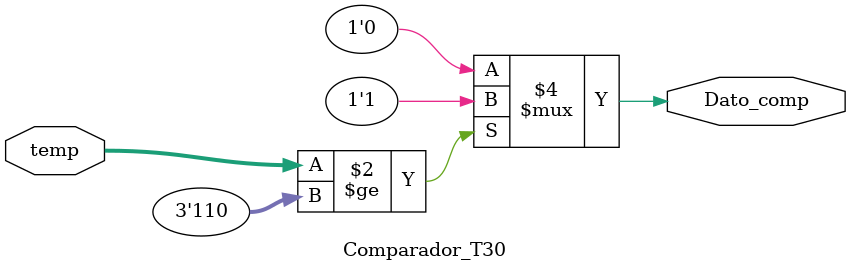
<source format=v>
`timescale 1ns / 1ps
module Comparador_T30(
	input wire [2:0] temp,
	output reg Dato_comp 
    );

localparam temp30 = 3'b110;
	 
	 always @*
		 
		 if (temp >= temp30)
		 
			Dato_comp <= 1'b1;
			
		else 
			Dato_comp <= 1'b0;
			 

endmodule

</source>
